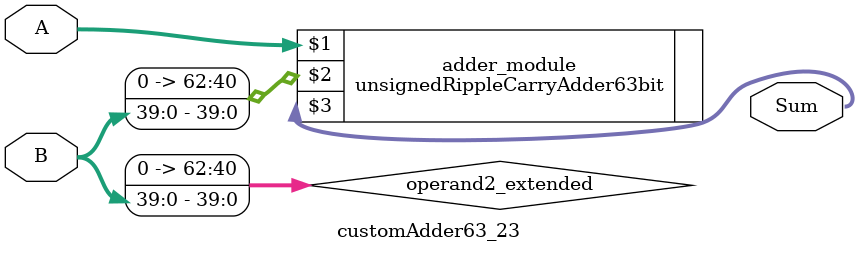
<source format=v>
module customAdder63_23(
                        input [62 : 0] A,
                        input [39 : 0] B,
                        
                        output [63 : 0] Sum
                );

        wire [62 : 0] operand2_extended;
        
        assign operand2_extended =  {23'b0, B};
        
        unsignedRippleCarryAdder63bit adder_module(
            A,
            operand2_extended,
            Sum
        );
        
        endmodule
        
</source>
